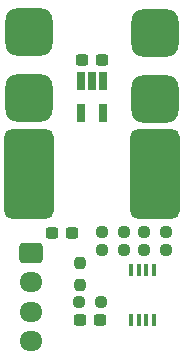
<source format=gts>
G04 #@! TF.GenerationSoftware,KiCad,Pcbnew,7.0.8*
G04 #@! TF.CreationDate,2024-04-19T19:22:22-04:00*
G04 #@! TF.ProjectId,PMB,504d422e-6b69-4636-9164-5f7063625858,rev?*
G04 #@! TF.SameCoordinates,Original*
G04 #@! TF.FileFunction,Soldermask,Top*
G04 #@! TF.FilePolarity,Negative*
%FSLAX46Y46*%
G04 Gerber Fmt 4.6, Leading zero omitted, Abs format (unit mm)*
G04 Created by KiCad (PCBNEW 7.0.8) date 2024-04-19 19:22:22*
%MOMM*%
%LPD*%
G01*
G04 APERTURE LIST*
G04 Aperture macros list*
%AMRoundRect*
0 Rectangle with rounded corners*
0 $1 Rounding radius*
0 $2 $3 $4 $5 $6 $7 $8 $9 X,Y pos of 4 corners*
0 Add a 4 corners polygon primitive as box body*
4,1,4,$2,$3,$4,$5,$6,$7,$8,$9,$2,$3,0*
0 Add four circle primitives for the rounded corners*
1,1,$1+$1,$2,$3*
1,1,$1+$1,$4,$5*
1,1,$1+$1,$6,$7*
1,1,$1+$1,$8,$9*
0 Add four rect primitives between the rounded corners*
20,1,$1+$1,$2,$3,$4,$5,0*
20,1,$1+$1,$4,$5,$6,$7,0*
20,1,$1+$1,$6,$7,$8,$9,0*
20,1,$1+$1,$8,$9,$2,$3,0*%
G04 Aperture macros list end*
%ADD10RoundRect,1.000000X-1.000000X-1.000000X1.000000X-1.000000X1.000000X1.000000X-1.000000X1.000000X0*%
%ADD11R,0.400000X1.100000*%
%ADD12RoundRect,0.237500X0.250000X0.237500X-0.250000X0.237500X-0.250000X-0.237500X0.250000X-0.237500X0*%
%ADD13RoundRect,0.636363X1.463637X3.163637X-1.463637X3.163637X-1.463637X-3.163637X1.463637X-3.163637X0*%
%ADD14RoundRect,0.237500X0.300000X0.237500X-0.300000X0.237500X-0.300000X-0.237500X0.300000X-0.237500X0*%
%ADD15RoundRect,0.237500X-0.237500X0.250000X-0.237500X-0.250000X0.237500X-0.250000X0.237500X0.250000X0*%
%ADD16RoundRect,0.237500X-0.250000X-0.237500X0.250000X-0.237500X0.250000X0.237500X-0.250000X0.237500X0*%
%ADD17R,0.650000X1.560000*%
%ADD18RoundRect,1.000000X1.000000X1.000000X-1.000000X1.000000X-1.000000X-1.000000X1.000000X-1.000000X0*%
%ADD19RoundRect,0.250000X-0.725000X0.600000X-0.725000X-0.600000X0.725000X-0.600000X0.725000X0.600000X0*%
%ADD20O,1.950000X1.700000*%
G04 APERTURE END LIST*
D10*
X162307125Y-82104190D03*
X162307125Y-87692190D03*
D11*
X162218194Y-102173104D03*
X161568194Y-102173104D03*
X160918194Y-102173104D03*
X160268194Y-102173104D03*
X160268194Y-106473104D03*
X160918194Y-106473104D03*
X161568194Y-106473104D03*
X162218194Y-106473104D03*
D12*
X163218500Y-100510296D03*
X161393500Y-100510296D03*
X159662500Y-100519965D03*
X157837500Y-100519965D03*
D13*
X162316862Y-94099085D03*
X151648862Y-94099085D03*
D14*
X157677946Y-106462861D03*
X155952946Y-106462861D03*
D15*
X155956000Y-101609911D03*
X155956000Y-103434911D03*
D16*
X157837500Y-98961485D03*
X159662500Y-98961485D03*
D14*
X155294500Y-99060000D03*
X153569500Y-99060000D03*
X157823849Y-84436857D03*
X156098849Y-84436857D03*
D16*
X161393500Y-98986296D03*
X163218500Y-98986296D03*
D17*
X157920611Y-86208619D03*
X156970611Y-86208619D03*
X156020611Y-86208619D03*
X156020611Y-88908619D03*
X157920611Y-88908619D03*
D18*
X151638000Y-87630000D03*
X151638000Y-82042000D03*
D12*
X157728009Y-104933175D03*
X155903009Y-104933175D03*
D19*
X151759554Y-100745813D03*
D20*
X151759554Y-103245813D03*
X151759554Y-105745813D03*
X151759554Y-108245813D03*
M02*

</source>
